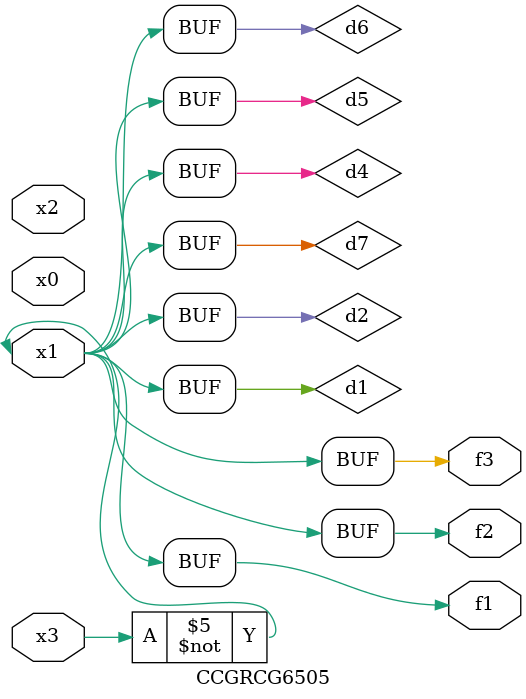
<source format=v>
module CCGRCG6505(
	input x0, x1, x2, x3,
	output f1, f2, f3
);

	wire d1, d2, d3, d4, d5, d6, d7;

	not (d1, x3);
	buf (d2, x1);
	xnor (d3, d1, d2);
	nor (d4, d1);
	buf (d5, d1, d2);
	buf (d6, d4, d5);
	nand (d7, d4);
	assign f1 = d6;
	assign f2 = d7;
	assign f3 = d6;
endmodule

</source>
